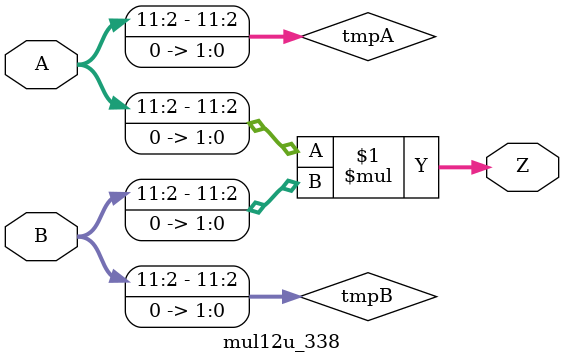
<source format=v>
/***
* This code is a part of EvoApproxLib library (ehw.fit.vutbr.cz/approxlib) distributed under The MIT License.
* When used, please cite the following article(s): PRABAKARAN B. S., MRAZEK V., VASICEK Z., SEKANINA L., SHAFIQUE M. ApproxFPGAs: Embracing ASIC-based Approximate Arithmetic Components for FPGA-Based Systems. DAC 2020. 
***/
// MAE% = 0.037 %
// MAE = 6140 
// WCE% = 0.15 %
// WCE = 24561 
// WCRE% = 100.00 %
// EP% = 93.71 %
// MRE% = 0.65 %
// MSE = 57970.012e3 
// FPGA_POWER = 1.4
// FPGA_DELAY = 11
// FPGA_LUT = 121



module mul12u_338(
	A, 
	B,
	Z
);

input [12-1:0] A;
input [12-1:0] B;
output [2*12-1:0] Z;

wire [12-1:0] tmpA;
wire [12-1:0] tmpB;
assign tmpA = {A[12-1:2],{2{1'b0}}};
assign tmpB = {B[12-1:2],{2{1'b0}}};
assign Z = tmpA * tmpB;
endmodule


</source>
